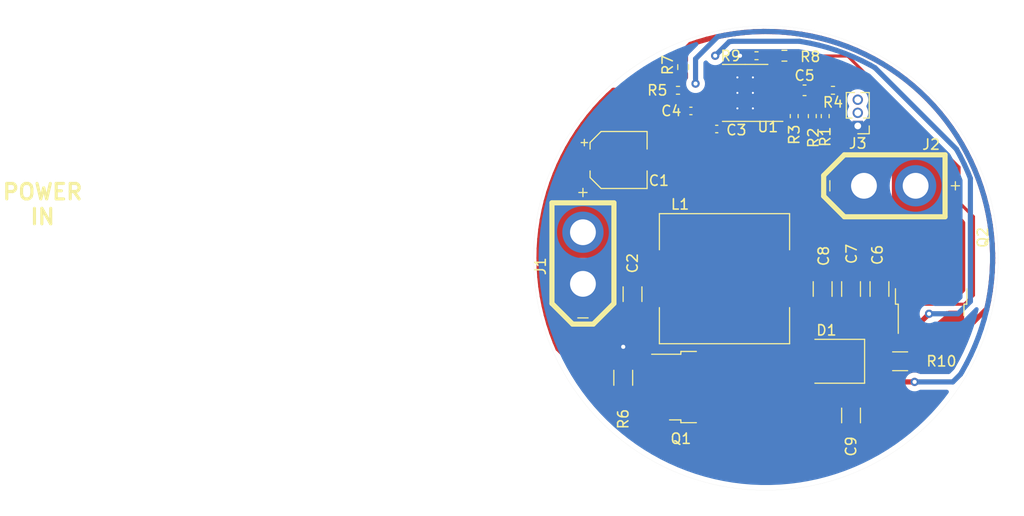
<source format=kicad_pcb>
(kicad_pcb (version 20211014) (generator pcbnew)
  (layers (0 "F.Cu" signal) (1 "In1.Cu" signal) (2 "In2.Cu" signal) (31 "B.Cu" signal) (34 "B.Paste" user) (35 "F.Paste" user) (36 "B.SilkS" user "B.Silkscreen") (37 "F.SilkS" user "F.Silkscreen") (38 "B.Mask" user) (39 "F.Mask" user) (44 "Edge.Cuts" user))
  (net 0 "")
  (net 1 "GND")
  (net 2 "/VCC")
  (net 3 "/COMP")
  (net 4 "/RCS")
  (net 5 "/NDRV")
  (net 6 "/!DIMOUT")
  (net 7 "/ICTRL")
  (net 8 "/RT{slash}SYNC")
  (net 9 "/CS")
  (net 10 "/ISENSE-")
  (net 11 "/OPV")
  (net 12 "/comp_RC")
  (net 13 "/ISENSE+")
  (net 14 "/IN")
  (net 15 "/LED+")
  (net 16 "/!FTL")
  (net 17 "/PWMDIM")
  (net 18 "/V-out")
  (net 19 "/L-out")
  (net 20 "/Vout-FET")
  (footprint "Connector_PinHeader_1.27mm:PinHeader_1x03_P1.27mm_Vertical" (layer "F.Cu") (at 158.9 87.2 180)
    (fp_text reference "J3" (at 0 -1.695) (layer "F.SilkS"))
    (fp_text value "Conn_01x03_Male")
    (fp_line (start -1.11 -0.76) (end 0 -0.76) (layer "F.SilkS") (width 0.12))
    (fp_line (start -1.11 0.76) (end -1.11 3.235) (layer "F.SilkS") (width 0.12))
    (fp_line (start -1.11 0.76) (end -0.563471 0.76) (layer "F.SilkS") (width 0.12))
    (fp_line (start -1.11 3.235) (end -0.30753 3.235) (layer "F.SilkS") (width 0.12))
    (fp_line (start 0.30753 3.235) (end 1.11 3.235) (layer "F.SilkS") (width 0.12))
    (fp_line (start -1.11 0) (end -1.11 -0.76) (layer "F.SilkS") (width 0.12))
    (fp_line (start 0.563471 0.76) (end 1.11 0.76) (layer "F.SilkS") (width 0.12))
    (fp_line (start 1.11 0.76) (end 1.11 3.235) (layer "F.SilkS") (width 0.12))
    (pad "1" thru_hole rect (at 0 0 180) (size 1 1) (drill 0.65) (layers *.Cu *.Mask) (net 1 "GND"))
    (pad "2" thru_hole oval (at 0 1.27 180) (size 1 1) (drill 0.65) (layers *.Cu *.Mask) (net 17 "/PWMDIM"))
    (pad "3" thru_hole oval (at 0 2.54 180) (size 1 1) (drill 0.65) (layers *.Cu *.Mask) (net 16 "/!FTL"))
  )
  (footprint "Resistor_SMD:R_0402_1005Metric" (layer "F.Cu") (at 154.5 86.25 90)
    (fp_text reference "R2" (at -2.1 0.1 90) (layer "F.SilkS"))
    (fp_text value "100k")
    (fp_line (start -0.153641 0.38) (end 0.153641 0.38) (layer "F.SilkS") (width 0.12))
    (fp_line (start -0.153641 -0.38) (end 0.153641 -0.38) (layer "F.SilkS") (width 0.12))
    (pad "1" smd roundrect (at -0.51 0 90) (size 0.54 0.64) (layers "F.Cu" "F.Paste" "F.Mask") (net 1 "GND"))
    (pad "2" smd roundrect (at 0.51 0 90) (size 0.54 0.64) (layers "F.Cu" "F.Paste" "F.Mask") (net 7 "/ICTRL"))
  )
  (footprint "Resistor_SMD:R_0603_1608Metric" (layer "F.Cu") (at 142 81.5 90)
    (fp_text reference "R7" (at 0.2 -1.5 90) (layer "F.SilkS"))
    (fp_text value "100R")
    (fp_line (start -0.237258 0.5225) (end 0.237258 0.5225) (layer "F.SilkS") (width 0.12))
    (fp_line (start -0.237258 -0.5225) (end 0.237258 -0.5225) (layer "F.SilkS") (width 0.12))
    (pad "1" smd roundrect (at -0.825 0 90) (size 0.8 0.95) (layers "F.Cu" "F.Paste" "F.Mask") (net 10 "/ISENSE-"))
    (pad "2" smd roundrect (at 0.825 0 90) (size 0.8 0.95) (layers "F.Cu" "F.Paste" "F.Mask") (net 20 "/Vout-FET"))
  )
  (footprint "Capacitor_SMD:CP_Elec_5x5.3" (layer "F.Cu") (at 135.75 90.5)
    (fp_text reference "C1" (at 3.9 2) (layer "F.SilkS"))
    (fp_text value "Connector cap")
    (fp_line (start -2.76 -1.695563) (end -2.76 -1.06) (layer "F.SilkS") (width 0.12))
    (fp_line (start -1.695563 -2.76) (end 2.76 -2.76) (layer "F.SilkS") (width 0.12))
    (fp_line (start -2.76 -1.695563) (end -1.695563 -2.76) (layer "F.SilkS") (width 0.12))
    (fp_line (start 2.76 -2.76) (end 2.76 -1.06) (layer "F.SilkS") (width 0.12))
    (fp_line (start -2.76 1.695563) (end -1.695563 2.76) (layer "F.SilkS") (width 0.12))
    (fp_line (start -3.625 -1.685) (end -3 -1.685) (layer "F.SilkS") (width 0.12))
    (fp_line (start -3.3125 -1.9975) (end -3.3125 -1.3725) (layer "F.SilkS") (width 0.12))
    (fp_line (start -2.76 1.695563) (end -2.76 1.06) (layer "F.SilkS") (width 0.12))
    (fp_line (start 2.76 2.76) (end 2.76 1.06) (layer "F.SilkS") (width 0.12))
    (fp_line (start -1.695563 2.76) (end 2.76 2.76) (layer "F.SilkS") (width 0.12))
    (pad "1" smd roundrect (at -2.2 0) (size 3 1.6) (layers "F.Cu" "F.Paste" "F.Mask") (roundrect_rratio 0.15625) (net 14 "/IN"))
    (pad "2" smd roundrect (at 2.2 0) (size 3 1.6) (layers "F.Cu" "F.Paste" "F.Mask") (roundrect_rratio 0.15625) (net 1 "GND"))
  )
  (footprint "Eldalote-footprints:XT30" (layer "F.Cu") (at 162 93)
    (fp_text reference "J2" (at 4 -4 unlocked) (layer "F.SilkS"))
    (fp_text value "XT30")
    (fp_line (start -6.4 1) (end -4.4 3) (layer "F.SilkS") (width 0.5))
    (fp_line (start 5.35 3) (end -4.4 3) (layer "F.SilkS") (width 0.5))
    (fp_line (start 6.35 -0.4) (end 6.35 0.4) (layer "F.SilkS") (width 0.12))
    (fp_line (start -5.8 0.5) (end -5.8 -0.5) (layer "F.SilkS") (width 0.12))
    (fp_line (start -6.4 -1) (end -6.4 1) (layer "F.SilkS") (width 0.5))
    (fp_line (start -6.4 -1) (end -4.4 -3) (layer "F.SilkS") (width 0.5))
    (fp_line (start 5.35 -3) (end -4.4 -3) (layer "F.SilkS") (width 0.5))
    (fp_line (start 5.35 -3) (end 5.35 3) (layer "F.SilkS") (width 0.5))
    (fp_line (start 5.95 0) (end 6.75 0) (layer "F.SilkS") (width 0.12))
    (pad "1" thru_hole circle (at -2.5 0) (size 4 4) (drill 2.5) (layers *.Cu *.Mask) (net 1 "GND"))
    (pad "2" thru_hole circle (at 2.5 0) (size 4 4) (drill 2.5) (layers *.Cu *.Mask) (net 15 "/LED+"))
  )
  (footprint "Capacitor_SMD:C_1206_3216Metric" (layer "F.Cu") (at 158.25 115.25 -90)
    (fp_text reference "C9" (at 3 0 90) (layer "F.SilkS"))
    (fp_text value "4u7")
    (fp_line (start -0.711252 0.91) (end 0.711252 0.91) (layer "F.SilkS") (width 0.12))
    (fp_line (start -0.711252 -0.91) (end 0.711252 -0.91) (layer "F.SilkS") (width 0.12))
    (pad "1" smd roundrect (at -1.475 0 270) (size 1.15 1.8) (layers "F.Cu" "F.Paste" "F.Mask") (roundrect_rratio 0.217391) (net 18 "/V-out"))
    (pad "2" smd roundrect (at 1.475 0 270) (size 1.15 1.8) (layers "F.Cu" "F.Paste" "F.Mask") (roundrect_rratio 0.217391) (net 1 "GND"))
  )
  (footprint "Eldalote-footprints:SRP-1265C" (layer "F.Cu") (at 146 102)
    (fp_text reference "L1" (at -4.3 -7.2 unlocked) (layer "F.SilkS"))
    (fp_text value "6u8")
    (fp_line (start 6.3 -6.3) (end -6.3 -6.3) (layer "F.SilkS") (width 0.12))
    (fp_line (start -6.3 -6.3) (end -6.3 -2.8) (layer "F.SilkS") (width 0.12))
    (fp_line (start -6.3 6.3) (end -6.3 2.8) (layer "F.SilkS") (width 0.12))
    (fp_line (start 6.3 6.3) (end -6.3 6.3) (layer "F.SilkS") (width 0.12))
    (fp_line (start 6.3 -6.3) (end 6.3 -2.8) (layer "F.SilkS") (width 0.12))
    (fp_line (start 6.3 6.3) (end 6.3 2.8) (layer "F.SilkS") (width 0.12))
    (pad "1" smd rect (at -5.625 0) (size 3.25 5) (layers "F.Cu" "F.Paste" "F.Mask") (net 14 "/IN"))
    (pad "2" smd rect (at 5.625 0) (size 3.25 5) (layers "F.Cu" "F.Paste" "F.Mask") (net 19 "/L-out"))
  )
  (footprint "Capacitor_SMD:C_1206_3216Metric" (layer "F.Cu") (at 158.25 103 90)
    (fp_text reference "C7" (at 3.4 0.05 90) (layer "F.SilkS"))
    (fp_text value "4u7")
    (fp_line (start -0.711252 -0.91) (end 0.711252 -0.91) (layer "F.SilkS") (width 0.12))
    (fp_line (start -0.711252 0.91) (end 0.711252 0.91) (layer "F.SilkS") (width 0.12))
    (pad "1" smd roundrect (at -1.475 0 90) (size 1.15 1.8) (layers "F.Cu" "F.Paste" "F.Mask") (roundrect_rratio 0.217391) (net 18 "/V-out"))
    (pad "2" smd roundrect (at 1.475 0 90) (size 1.15 1.8) (layers "F.Cu" "F.Paste" "F.Mask") (roundrect_rratio 0.217391) (net 1 "GND"))
  )
  (footprint "Capacitor_SMD:C_0603_1608Metric" (layer "F.Cu") (at 153.75 83.75)
    (fp_text reference "C5" (at 0 -1.43) (layer "F.SilkS"))
    (fp_text value "220n")
    (fp_line (start -0.14058 -0.51) (end 0.14058 -0.51) (layer "F.SilkS") (width 0.12))
    (fp_line (start -0.14058 0.51) (end 0.14058 0.51) (layer "F.SilkS") (width 0.12))
    (pad "1" smd roundrect (at -0.775 0) (size 0.9 0.95) (layers "F.Cu" "F.Paste" "F.Mask") (net 3 "/COMP"))
    (pad "2" smd roundrect (at 0.775 0) (size 0.9 0.95) (layers "F.Cu" "F.Paste" "F.Mask") (net 12 "/comp_RC"))
  )
  (footprint "Resistor_SMD:R_1206_3216Metric" (layer "F.Cu") (at 136.2 111.6 -90)
    (fp_text reference "R6" (at 4 0 90) (layer "F.SilkS"))
    (fp_text value "51m")
    (fp_line (start -0.727064 0.91) (end 0.727064 0.91) (layer "F.SilkS") (width 0.12))
    (fp_line (start -0.727064 -0.91) (end 0.727064 -0.91) (layer "F.SilkS") (width 0.12))
    (pad "1" smd roundrect (at -1.4625 0 270) (size 1.125 1.75) (layers "F.Cu" "F.Paste" "F.Mask") (roundrect_rratio 0.222222) (net 1 "GND"))
    (pad "2" smd roundrect (at 1.4625 0 270) (size 1.125 1.75) (layers "F.Cu" "F.Paste" "F.Mask") (roundrect_rratio 0.222222) (net 4 "/RCS"))
  )
  (footprint "Resistor_SMD:R_0603_1608Metric" (layer "F.Cu") (at 151.8 80.4)
    (fp_text reference "R8" (at 2.5 0.1) (layer "F.SilkS"))
    (fp_text value "5M1")
    (fp_line (start -0.237258 -0.5225) (end 0.237258 -0.5225) (layer "F.SilkS") (width 0.12))
    (fp_line (start -0.237258 0.5225) (end 0.237258 0.5225) (layer "F.SilkS") (width 0.12))
    (pad "1" smd roundrect (at -0.825 0) (size 0.8 0.95) (layers "F.Cu" "F.Paste" "F.Mask") (net 11 "/OPV"))
    (pad "2" smd roundrect (at 0.825 0) (size 0.8 0.95) (layers "F.Cu" "F.Paste" "F.Mask") (net 18 "/V-out"))
  )
  (footprint "Package_SO:HTSSOP-16-1EP_4.4x5mm_P0.65mm_EP3.4x5mm_Mask2.46x2.31mm_ThermalVias" (layer "F.Cu") (at 148 84 180)
    (fp_text reference "U1" (at -2.2 -3.3) (layer "F.SilkS"))
    (fp_text value "MAX16833")
    (fp_line (start 0 2.76) (end -2.2 2.76) (layer "F.SilkS") (width 0.12))
    (fp_line (start 0 -2.76) (end 2.2 -2.76) (layer "F.SilkS") (width 0.12))
    (fp_line (start 0 -2.76) (end -3.65 -2.76) (layer "F.SilkS") (width 0.12))
    (fp_line (start 0 2.76) (end 2.2 2.76) (layer "F.SilkS") (width 0.12))
    (pad "1" smd roundrect (at -2.8625 -2.275 180) (size 1.575 0.4) (layers "F.Cu" "F.Paste" "F.Mask") (net 1 "GND"))
    (pad "2" smd roundrect (at -2.8625 -1.625 180) (size 1.575 0.4) (layers "F.Cu" "F.Paste" "F.Mask") (net 8 "/RT{slash}SYNC"))
    (pad "3" smd roundrect (at -2.8625 -0.975 180) (size 1.575 0.4) (layers "F.Cu" "F.Paste" "F.Mask") (net 1 "GND"))
    (pad "4" smd roundrect (at -2.8625 -0.325 180) (size 1.575 0.4) (layers "F.Cu" "F.Paste" "F.Mask") (net 7 "/ICTRL"))
    (pad "5" smd roundrect (at -2.8625 0.325 180) (size 1.575 0.4) (layers "F.Cu" "F.Paste" "F.Mask") (net 3 "/COMP"))
    (pad "6" smd roundrect (at -2.8625 0.975 180) (size 1.575 0.4) (layers "F.Cu" "F.Paste" "F.Mask") (net 16 "/!FTL"))
    (pad "7" smd roundrect (at -2.8625 1.625 180) (size 1.575 0.4) (layers "F.Cu" "F.Paste" "F.Mask") (net 17 "/PWMDIM"))
    (pad "8" smd roundrect (at -2.8625 2.275 180) (size 1.575 0.4) (layers "F.Cu" "F.Paste" "F.Mask") (net 11 "/OPV"))
    (pad "9" smd roundrect (at 2.8625 2.275 180) (size 1.575 0.4) (layers "F.Cu" "F.Paste" "F.Mask") (net 6 "/!DIMOUT"))
    (pad "10" smd roundrect (at 2.8625 1.625 180) (size 1.575 0.4) (layers "F.Cu" "F.Paste" "F.Mask") (net 10 "/ISENSE-"))
    (pad "11" smd roundrect (at 2.8625 0.975 180) (size 1.575 0.4) (layers "F.Cu" "F.Paste" "F.Mask") (net 13 "/ISENSE+"))
    (pad "12" smd roundrect (at 2.8625 0.325 180) (size 1.575 0.4) (layers "F.Cu" "F.Paste" "F.Mask") (net 9 "/CS"))
    (pad "13" smd roundrect (at 2.8625 -0.325 180) (size 1.575 0.4) (layers "F.Cu" "F.Paste" "F.Mask") (net 1 "GND"))
    (pad "14" smd roundrect (at 2.8625 -0.975 180) (size 1.575 0.4) (layers "F.Cu" "F.Paste" "F.Mask") (net 5 "/NDRV"))
    (pad "15" smd roundrect (at 2.8625 -1.625 180) (size 1.575 0.4) (layers "F.Cu" "F.Paste" "F.Mask") (net 2 "/VCC"))
    (pad "16" smd roundrect (at 2.8625 -2.275 180) (size 1.575 0.4) (layers "F.Cu" "F.Paste" "F.Mask") (net 14 "/IN"))
    (pad "17" thru_hole circle (at 0.75 1.5 180) (size 0.5 0.5) (drill 0.2) (layers *.Cu) (net 1 "GND"))
    (pad "17" thru_hole circle (at 0.75 -1.5 180) (size 0.5 0.5) (drill 0.2) (layers *.Cu) (net 1 "GND"))
    (pad "17" thru_hole circle (at -0.75 -1.5 180) (size 0.5 0.5) (drill 0.2) (layers *.Cu) (net 1 "GND"))
    (pad "17" thru_hole circle (at -0.75 1.5 180) (size 0.5 0.5) (drill 0.2) (layers *.Cu) (net 1 "GND"))
    (pad "17" smd rect (at 0 0 180) (size 2 3.5) (layers "B.Cu") (net 1 "GND"))
    (pad "17" thru_hole circle (at -0.75 0 180) (size 0.5 0.5) (drill 0.2) (layers *.Cu) (net 1 "GND"))
    (pad "17" smd rect (at 0 0 180) (size 3.4 5) (layers "F.Cu") (net 1 "GND"))
    (pad "17" thru_hole circle (at 0.75 0 180) (size 0.5 0.5) (drill 0.2) (layers *.Cu) (net 1 "GND"))
  )
  (footprint "Resistor_SMD:R_0402_1005Metric" (layer "F.Cu") (at 156.5 83.75 180)
    (fp_text reference "R4" (at 0 -1.17) (layer "F.SilkS"))
    (fp_text value "953R")
    (fp_line (start -0.153641 0.38) (end 0.153641 0.38) (layer "F.SilkS") (width 0.12))
    (fp_line (start -0.153641 -0.38) (end 0.153641 -0.38) (layer "F.SilkS") (width 0.12))
    (pad "1" smd roundrect (at -0.51 0 180) (size 0.54 0.64) (layers "F.Cu" "F.Paste" "F.Mask") (net 1 "GND"))
    (pad "2" smd roundrect (at 0.51 0 180) (size 0.54 0.64) (layers "F.Cu" "F.Paste" "F.Mask") (net 12 "/comp_RC"))
  )
  (footprint "Resistor_SMD:R_1206_3216Metric" (layer "F.Cu") (at 163 110 180)
    (fp_text reference "R10" (at -4 0) (layer "F.SilkS"))
    (fp_text value "330m")
    (fp_line (start -0.727064 0.91) (end 0.727064 0.91) (layer "F.SilkS") (width 0.12))
    (fp_line (start -0.727064 -0.91) (end 0.727064 -0.91) (layer "F.SilkS") (width 0.12))
    (pad "1" smd roundrect (at -1.4625 0 180) (size 1.125 1.75) (layers "F.Cu" "F.Paste" "F.Mask") (roundrect_rratio 0.222222) (net 20 "/Vout-FET"))
    (pad "2" smd roundrect (at 1.4625 0 180) (size 1.125 1.75) (layers "F.Cu" "F.Paste" "F.Mask") (roundrect_rratio 0.222222) (net 18 "/V-out"))
  )
  (footprint "Capacitor_SMD:C_1206_3216Metric" (layer "F.Cu") (at 155.5 103 90)
    (fp_text reference "C8" (at 3.2 0.1 90) (layer "F.SilkS"))
    (fp_text value "4u7")
    (fp_line (start -0.711252 0.91) (end 0.711252 0.91) (layer "F.SilkS") (width 0.12))
    (fp_line (start -0.711252 -0.91) (end 0.711252 -0.91) (layer "F.SilkS") (width 0.12))
    (pad "1" smd roundrect (at -1.475 0 90) (size 1.15 1.8) (layers "F.Cu" "F.Paste" "F.Mask") (roundrect_rratio 0.217391) (net 18 "/V-out"))
    (pad "2" smd roundrect (at 1.475 0 90) (size 1.15 1.8) (layers "F.Cu" "F.Paste" "F.Mask") (roundrect_rratio 0.217391) (net 1 "GND"))
  )
  (footprint "Resistor_SMD:R_0402_1005Metric" (layer "F.Cu") (at 152.75 86.25 90)
    (fp_text reference "R3" (at -1.8 0 90) (layer "F.SilkS"))
    (fp_text value "7k3")
    (fp_line (start -0.153641 0.38) (end 0.153641 0.38) (layer "F.SilkS") (width 0.12))
    (fp_line (start -0.153641 -0.38) (end 0.153641 -0.38) (layer "F.SilkS") (width 0.12))
    (pad "1" smd roundrect (at -0.51 0 90) (size 0.54 0.64) (layers "F.Cu" "F.Paste" "F.Mask") (net 1 "GND"))
    (pad "2" smd roundrect (at 0.51 0 90) (size 0.54 0.64) (layers "F.Cu" "F.Paste" "F.Mask") (net 8 "/RT{slash}SYNC"))
  )
  (footprint "Capacitor_SMD:C_0402_1005Metric" (layer "F.Cu") (at 145.25 87.5)
    (fp_text reference "C3" (at 1.9 0.1) (layer "F.SilkS"))
    (fp_text value "100n")
    (fp_line (start -0.107836 -0.36) (end 0.107836 -0.36) (layer "F.SilkS") (width 0.12))
    (fp_line (start -0.107836 0.36) (end 0.107836 0.36) (layer "F.SilkS") (width 0.12))
    (pad "1" smd roundrect (at -0.48 0) (size 0.56 0.62) (layers "F.Cu" "F.Paste" "F.Mask") (net 14 "/IN"))
    (pad "2" smd roundrect (at 0.48 0) (size 0.56 0.62) (layers "F.Cu" "F.Paste" "F.Mask") (net 1 "GND"))
  )
  (footprint "Capacitor_SMD:C_0402_1005Metric" (layer "F.Cu") (at 142.75 85.75)
    (fp_text reference "C4" (at -1.9 0) (layer "F.SilkS"))
    (fp_text value "2u2")
    (fp_line (start -0.107836 0.36) (end 0.107836 0.36) (layer "F.SilkS") (width 0.12))
    (fp_line (start -0.107836 -0.36) (end 0.107836 -0.36) (layer "F.SilkS") (width 0.12))
    (pad "1" smd roundrect (at -0.48 0) (size 0.56 0.62) (layers "F.Cu" "F.Paste" "F.Mask") (net 1 "GND"))
    (pad "2" smd roundrect (at 0.48 0) (size 0.56 0.62) (layers "F.Cu" "F.Paste" "F.Mask") (net 2 "/VCC"))
  )
  (footprint "Capacitor_SMD:C_1206_3216Metric" (layer "F.Cu") (at 137.1 103.5 -90)
    (fp_text reference "C2" (at -3 0 -270) (layer "F.SilkS"))
    (fp_text value "10u ")
    (fp_line (start -0.711252 -0.91) (end 0.711252 -0.91) (layer "F.SilkS") (width 0.12))
    (fp_line (start -0.711252 0.91) (end 0.711252 0.91) (layer "F.SilkS") (width 0.12))
    (pad "1" smd roundrect (at -1.475 0 270) (size 1.15 1.8) (layers "F.Cu" "F.Paste" "F.Mask") (roundrect_rratio 0.217391) (net 14 "/IN"))
    (pad "2" smd roundrect (at 1.475 0 270) (size 1.15 1.8) (layers "F.Cu" "F.Paste" "F.Mask") (roundrect_rratio 0.217391) (net 1 "GND"))
  )
  (footprint "Eldalote-footprints:XT30" (layer "F.Cu") (at 132.3 100 90)
    (fp_text reference "J1" (at -0.8 -4.1 90 unlocked) (layer "F.SilkS"))
    (fp_text value "XT30")
    (fp_line (start 5.95 0) (end 6.75 0) (layer "F.SilkS") (width 0.12))
    (fp_line (start -6.4 -1) (end -6.4 1) (layer "F.SilkS") (width 0.5))
    (fp_line (start -6.4 1) (end -4.4 3) (layer "F.SilkS") (width 0.5))
    (fp_line (start 5.35 3) (end -4.4 3) (layer "F.SilkS") (width 0.5))
    (fp_line (start 5.35 -3) (end 5.35 3) (layer "F.SilkS") (width 0.5))
    (fp_line (start -5.8 0.5) (end -5.8 -0.5) (layer "F.SilkS") (width 0.12))
    (fp_line (start 5.35 -3) (end -4.4 -3) (layer "F.SilkS") (width 0.5))
    (fp_line (start -6.4 -1) (end -4.4 -3) (layer "F.SilkS") (width 0.5))
    (fp_line (start 6.35 -0.4) (end 6.35 0.4) (layer "F.SilkS") (width 0.12))
    (pad "1" thru_hole circle (at -2.5 0 90) (size 4 4) (drill 2.5) (layers *.Cu *.Mask) (net 1 "GND"))
    (pad "2" thru_hole circle (at 2.5 0 90) (size 4 4) (drill 2.5) (layers *.Cu *.Mask) (net 14 "/IN"))
  )
  (footprint "Capacitor_SMD:C_1206_3216Metric" (layer "F.Cu") (at 161 103 90)
    (fp_text reference "C6" (at 3.3 -0.2 90) (layer "F.SilkS"))
    (fp_text value "4u7")
    (fp_line (start -0.711252 -0.91) (end 0.711252 -0.91) (layer "F.SilkS") (width 0.12))
    (fp_line (start -0.711252 0.91) (end 0.711252 0.91) (layer "F.SilkS") (width 0.12))
    (pad "1" smd roundrect (at -1.475 0 90) (size 1.15 1.8) (layers "F.Cu" "F.Paste" "F.Mask") (roundrect_rratio 0.217391) (net 18 "/V-out"))
    (pad "2" smd roundrect (at 1.475 0 90) (size 1.15 1.8) (layers "F.Cu" "F.Paste" "F.Mask") (roundrect_rratio 0.217391) (net 1 "GND"))
  )
  (footprint "NetTie:NetTie-2_SMD_Pad0.5mm" (layer "F.Cu") (at 162 112 180)
    (fp_text reference "NT1")
    (fp_text value "NetTie_2")
    (fp_poly (pts (xy -0.5 -0.25) (xy 0.5 -0.25) (xy 0.5 0.25) (xy -0.5 0.25)) (layer "F.Cu") (width 0) (fill solid))
    (pad "1" smd circle (at -0.5 0 180) (size 0.5 0.5) (layers "F.Cu") (net 13 "/ISENSE+"))
    (pad "2" smd circle (at 0.5 0 180) (size 0.5 0.5) (layers "F.Cu") (net 18 "/V-out"))
  )
  (footprint "Package_TO_SOT_SMD:TO-252-2" (layer "F.Cu") (at 166 102 90)
    (fp_text reference "Q2" (at 4 5 90) (layer "F.SilkS"))
    (fp_text value "SUD50P10-43L-GE3")
    (fp_line (start -2.47 -3.18) (end -5.3 -3.18) (layer "F.SilkS") (width 0.12))
    (fp_line (start -2.47 -3.45) (end -2.47 -3.18) (layer "F.SilkS") (width 0.12))
    (fp_line (start -2.47 3.45) (end -2.47 3.18) (layer "F.SilkS") (width 0.12))
    (fp_line (start -0.97 3.45) (end -2.47 3.45) (layer "F.SilkS") (width 0.12))
    (fp_line (start -0.97 -3.45) (end -2.47 -3.45) (layer "F.SilkS") (width 0.12))
    (fp_line (start -2.47 3.18) (end -3.57 3.18) (layer "F.SilkS") (width 0.12))
    (pad "1" smd rect (at -4.2 -2.28 90) (size 2.2 1.2) (layers "F.Cu" "F.Paste" "F.Mask") (net 6 "/!DIMOUT"))
    (pad "2" smd rect (at 2.1 0 90) (size 6.4 5.8) (layers "F.Cu" "F.Mask") (net 15 "/LED+"))
    (pad "3" smd rect (at -4.2 2.28 90) (size 2.2 1.2) (layers "F.Cu" "F.Paste" "F.Mask") (net 20 "/Vout-FET"))
  )
  (footprint "Resistor_SMD:R_0402_1005Metric" (layer "F.Cu") (at 155.75 86.25 -90)
    (fp_text reference "R1" (at 2 0 90) (layer "F.SilkS"))
    (fp_text value "100k")
    (fp_line (start -0.153641 -0.38) (end 0.153641 -0.38) (layer "F.SilkS") (width 0.12))
    (fp_line (start -0.153641 0.38) (end 0.153641 0.38) (layer "F.SilkS") (width 0.12))
    (pad "1" smd roundrect (at -0.51 0 270) (size 0.54 0.64) (layers "F.Cu" "F.Paste" "F.Mask") (net 7 "/ICTRL"))
    (pad "2" smd roundrect (at 0.51 0 270) (size 0.54 0.64) (layers "F.Cu" "F.Paste" "F.Mask") (net 2 "/VCC"))
  )
  (footprint "Resistor_SMD:R_0402_1005Metric" (layer "F.Cu") (at 141.5 83.75 180)
    (fp_text reference "R5" (at 2 0) (layer "F.SilkS"))
    (fp_text value "4k7")
    (fp_line (start -0.153641 -0.38) (end 0.153641 -0.38) (layer "F.SilkS") (width 0.12))
    (fp_line (start -0.153641 0.38) (end 0.153641 0.38) (layer "F.SilkS") (width 0.12))
    (pad "1" smd roundrect (at -0.51 0 180) (size 0.54 0.64) (layers "F.Cu" "F.Paste" "F.Mask") (net 9 "/CS"))
    (pad "2" smd roundrect (at 0.51 0 180) (size 0.54 0.64) (layers "F.Cu" "F.Paste" "F.Mask") (net 4 "/RCS"))
  )
  (footprint "Diode_SMD:D_PowerDI-5" (layer "F.Cu") (at 155.75 110 180)
    (fp_text reference "D1" (at -0.12 3) (layer "F.SilkS"))
    (fp_text value "D_Schottky")
    (fp_line (start -3.81 2.125) (end -3.81 -2.125) (layer "F.SilkS") (width 0.12))
    (fp_line (start 1 -2.125) (end -3.81 -2.125) (layer "F.SilkS") (width 0.12))
    (fp_line (start -3.81 2.125) (end 1 2.125) (layer "F.SilkS") (width 0.12))
    (pad "1" smd rect (at -1.12 0) (size 4.86 3.36) (layers "F.Cu" "F.Paste" "F.Mask") (net 18 "/V-out"))
    (pad "2" smd rect (at 2.862 0.92) (size 1.4 1.39) (layers "F.Cu" "F.Paste" "F.Mask") (net 19 "/L-out"))
    (pad "2" smd rect (at 2.862 -0.92) (size 1.4 1.39) (layers "F.Cu" "F.Paste" "F.Mask") (net 19 "/L-out"))
  )
  (footprint "Package_TO_SOT_SMD:TO-252-2" (layer "F.Cu") (at 144.25 112.5)
    (fp_text reference "Q1" (at -2.47 5) (layer "F.SilkS"))
    (fp_text value "Q_NMOS_GDS")
    (fp_line (start -2.47 3.18) (end -3.57 3.18) (layer "F.SilkS") (width 0.12))
    (fp_line (start -2.47 -3.45) (end -2.47 -3.18) (layer "F.SilkS") (width 0.12))
    (fp_line (start -0.97 -3.45) (end -2.47 -3.45) (layer "F.SilkS") (width 0.12))
    (fp_line (start -2.47 -3.18) (end -5.3 -3.18) (layer "F.SilkS") (width 0.12))
    (fp_line (start -0.97 3.45) (end -2.47 3.45) (layer "F.SilkS") (width 0.12))
    (fp_line (start -2.47 3.45) (end -2.47 3.18) (layer "F.SilkS") (width 0.12))
    (pad "1" smd rect (at -4.2 -2.28) (size 2.2 1.2) (layers "F.Cu" "F.Paste" "F.Mask") (net 5 "/NDRV"))
    (pad "2" smd rect (at 2.1 0) (size 6.4 5.8) (layers "F.Cu" "F.Mask") (net 19 "/L-out"))
    (pad "3" smd rect (at -4.2 2.28) (size 2.2 1.2) (layers "F.Cu" "F.Paste" "F.Mask") (net 4 "/RCS"))
  )
  (footprint "Resistor_SMD:R_0402_1005Metric" (layer "F.Cu") (at 149.1 80.4)
    (fp_text reference "R9" (at -2.51 0.02) (layer "F.SilkS"))
    (fp_text value "100k")
    (fp_line (start -0.153641 0.38) (end 0.153641 0.38) (layer "F.SilkS") (width 0.12))
    (fp_line (start -0.153641 -0.38) (end 0.153641 -0.38) (layer "F.SilkS") (width 0.12))
    (pad "1" smd roundrect (at -0.51 0) (size 0.54 0.64) (layers "F.Cu" "F.Paste" "F.Mask") (net 1 "GND"))
    (pad "2" smd roundrect (at 0.51 0) (size 0.54 0.64) (layers "F.Cu" "F.Paste" "F.Mask") (net 11 "/OPV"))
  )
  (gr_circle locked (center 150 100) (end 172.5 100) (layer "Edge.Cuts") (width 0.01) (fill none))
  (gr_text "POWER\nIN" (at 80 94.8) (layer "F.SilkS") (effects (font (size 1.5 1.5) (thickness 0.3))))
  (segment (start 148.59 80.4) (end 147.5 80.4) (width 0.3) (layer "F.Cu") (net 1))
  (via (at 147.5 80.4) (size 0.8) (drill 0.4) (layers "F.Cu" "B.Cu") (net 1))
  (via (at 136.2 108.6) (size 0.8) (drill 0.4) (layers "F.Cu" "B.Cu") (net 1))
  (segment (start 128.047622 99.999999) (end 128.067137 99.074551) (width 0.5) (layer "F.Cu") (net 4))
  (segment (start 128.067137 99.074551) (end 128.125647 98.150787) (width 0.5) (layer "F.Cu") (net 4))
  (segment (start 128.223052 102.769745) (end 128.125647 101.849212) (width 0.5) (layer "F.Cu") (net 4))
  (segment (start 134.724719 84.23381) (end 135.245618 83.75) (width 0.5) (layer "F.Cu") (net 4))
  (segment (start 129.284991 92.73396) (end 129.609701 91.867189) (width 0.5) (layer "F.Cu") (net 4))
  (segment (start 132.857578 86.287075) (end 133.450892 85.576617) (width 0.5) (layer "F.Cu") (net 4))
  (segment (start 129.609699 108.132805) (end 129.284991 107.26604) (width 0.5) (layer "F.Cu") (net 4))
  (segment (start 134.1625 113.0625) (end 129.886574 108.786574) (width 0.5) (layer "F.Cu") (net 4))
  (segment (start 133.450892 85.576617) (end 134.073636 84.891795) (width 0.5) (layer "F.Cu") (net 4))
  (segment (start 131.763359 87.779859) (end 132.294725 87.021935) (width 0.5) (layer "F.Cu") (net 4))
  (segment (start 132.294725 87.021935) (end 132.857578 86.287075) (width 0.5) (layer "F.Cu") (net 4))
  (segment (start 130.79878 89.359506) (end 131.264391 88.55955) (width 0.5) (layer "F.Cu") (net 4))
  (segment (start 128.067137 100.925447) (end 128.047622 99.999999) (width 0.5) (layer "F.Cu") (net 4))
  (segment (start 129.886574 108.786574) (end 129.609699 108.132805) (width 0.5) (layer "F.Cu") (net 4))
  (segment (start 128.997082 106.386262) (end 128.746536 105.495195) (width 0.5) (layer "F.Cu") (net 4))
  (segment (start 128.746536 105.495195) (end 128.533768 104.594321) (width 0.5) (layer "F.Cu") (net 4))
  (segment (start 128.223052 97.230254) (end 128.359171 96.314697) (width 0.5) (layer "F.Cu") (net 4))
  (segment (start 128.125647 98.150787) (end 128.223052 97.230254) (width 0.5) (layer "F.Cu") (net 4))
  (segment (start 135.245618 83.75) (end 140.99 83.75) (width 0.5) (layer "F.Cu") (net 4))
  (segment (start 128.125647 101.849212) (end 128.067137 100.925447) (width 0.5) (layer "F.Cu") (net 4))
  (segment (start 128.533768 104.594321) (end 128.359171 103.685302) (width 0.5) (layer "F.Cu") (net 4))
  (segment (start 136.2 113.0625) (end 134.1625 113.0625) (width 0.5) (layer "F.Cu") (net 4))
  (segment (start 129.284991 107.26604) (end 128.997082 106.386262) (width 0.5) (layer "F.Cu") (net 4))
  (segment (start 130.367273 90.178445) (end 130.79878 89.359506) (width 0.5) (layer "F.Cu") (net 4))
  (segment (start 128.533768 95.40568) (end 128.746538 94.504796) (width 0.5) (layer "F.Cu") (net 4))
  (segment (start 131.264391 88.55955) (end 131.763359 87.779859) (width 0.5) (layer "F.Cu") (net 4))
  (segment (start 128.997082 93.613738) (end 129.284991 92.73396) (width 0.5) (layer "F.Cu") (net 4))
  (segment (start 128.359171 103.685302) (end 128.223052 102.769745) (width 0.5) (layer "F.Cu") (net 4))
  (segment (start 129.609701 91.867189) (end 129.97069 91.014809) (width 0.5) (layer "F.Cu") (net 4))
  (segment (start 128.359171 96.314697) (end 128.533768 95.40568) (width 0.5) (layer "F.Cu") (net 4))
  (segment (start 128.746538 94.504796) (end 128.997082 93.613738) (width 0.5) (layer "F.Cu") (net 4))
  (segment (start 129.97069 91.014809) (end 130.367273 90.178445) (width 0.5) (layer "F.Cu") (net 4))
  (segment (start 134.073636 84.891795) (end 134.724719 84.23381) (width 0.5) (layer "F.Cu") (net 4))
  (segment (start 163.72 106.2) (end 165 106.2) (width 0.5) (layer "F.Cu") (net 6))
  (segment (start 165 106.2) (end 165.8 105.4) (width 0.5) (layer "F.Cu") (net 6))
  (via (at 165.8 105.4) (size 0.8) (drill 0.4) (layers "F.Cu" "B.Cu") (net 6))
  (via (at 145.1 80.4) (size 0.8) (drill 0.4) (layers "F.Cu" "B.Cu") (net 6))
  (segment (start 168.6 105.4) (end 169.8 104.2) (width 0.5) (layer "B.Cu") (net 6))
  (segment (start 155.967883 79.602907) (end 155.102753 79.369467) (width 0.5) (layer "B.Cu") (net 6))
  (segment (start 169.8 92.289845) (end 169.569584 91.712156) (width 0.5) (layer "B.Cu") (net 6))
  (segment (start 160.104573 81.303621) (end 159.307404 80.894261) (width 0.5) (layer "B.Cu") (net 6))
  (segment (start 146.449827 79.050173) (end 145.1 80.4) (width 0.5) (layer "B.Cu") (net 6))
  (segment (start 154.228471 79.172686) (end 153.346717 79.012945) (width 0.5) (layer "B.Cu") (net 6))
  (segment (start 146.764458 79) (end 146.449827 79.050173) (width 0.5) (layer "B.Cu") (net 6))
  (segment (start 169.8 104.2) (end 169.8 92.289845) (width 0.5) (layer "B.Cu") (net 6))
  (segment (start 168.439889 89.439889) (end 160.56535 81.56535) (width 0.5) (layer "B.Cu") (net 6))
  (segment (start 156.822474 79.872636) (end 155.967883 79.602907) (width 0.5) (layer "B.Cu") (net 6))
  (segment (start 165.8 105.4) (end 168.6 105.4) (width 0.5) (layer "B.Cu") (net 6))
  (segment (start 157.664892 80.178133) (end 156.822474 79.872636) (width 0.5) (layer "B.Cu") (net 6))
  (segment (start 169.569584 91.712156) (end 169.202797 90.894531) (width 0.5) (layer "B.Cu") (net 6))
  (segment (start 153.252852 79) (end 146.764458 79) (width 0.5) (layer "B.Cu") (net 6))
  (segment (start 168.801854 90.09307) (end 168.439889 89.439889) (width 0.5) (layer "B.Cu") (net 6))
  (segment (start 153.346717 79.012945) (end 153.252852 79) (width 0.5) (layer "B.Cu") (net 6))
  (segment (start 159.307404 80.894261) (end 158.493711 80.518885) (width 0.5) (layer "B.Cu") (net 6))
  (segment (start 160.56535 81.56535) (end 160.104573 81.303621) (width 0.5) (layer "B.Cu") (net 6))
  (segment (start 155.102753 79.369467) (end 154.228471 79.172686) (width 0.5) (layer "B.Cu") (net 6))
  (segment (start 169.202797 90.894531) (end 168.801854 90.09307) (width 0.5) (layer "B.Cu") (net 6))
  (segment (start 158.493711 80.518885) (end 157.664892 80.178133) (width 0.5) (layer "B.Cu") (net 6))
  (segment (start 150.8625 80.5125) (end 150.975 80.4) (width 0.3) (layer "F.Cu") (net 11))
  (segment (start 150.8625 81.725) (end 150.8625 80.5125) (width 0.3) (layer "F.Cu") (net 11))
  (segment (start 150.975 80.4) (end 149.61 80.4) (width 0.3) (layer "F.Cu") (net 11))
  (segment (start 162.5 112) (end 164.4 112) (width 0.5) (layer "F.Cu") (net 13))
  (via (at 164.4 112) (size 0.8) (drill 0.4) (layers "F.Cu" "B.Cu") (net 13))
  (via (at 143.2 83.1) (size 0.8) (drill 0.4) (layers "F.Cu" "B.Cu") (net 13))
  (segment (start 145.351499 78.548501) (end 143.2 80.7) (width 0.5) (layer "B.Cu") (net 13))
  (segment (start 166.849505 85.928715) (end 166.241334 85.230911) (width 0.5) (layer "B.Cu") (net 13))
  (segment (start 170.557218 107.701149) (end 170.863602 106.827664) (width 0.5) (layer "B.Cu") (net 13))
  (segment (start 166.241334 85.230911) (end 165.604284 84.559364) (width 0.5) (layer "B.Cu") (net 13))
  (segment (start 155.270861 78.689792) (end 154.367781 78.48653) (width 0.5) (layer "B.Cu") (net 13))
  (segment (start 159.614037 80.264822) (end 158.773543 79.877081) (width 0.5) (layer "B.Cu") (net 13))
  (segment (start 170.557217 92.298848) (end 170.2143 91.439101) (width 0.5) (layer "B.Cu") (net 13))
  (segment (start 149.768592 78.04884) (end 148.843392 78.078111) (width 0.5) (layer "B.Cu") (net 13))
  (segment (start 147.920284 78.146357) (end 147.000862 78.253457) (width 0.5) (layer "B.Cu") (net 13))
  (segment (start 153.456974 78.321526) (end 152.54 78.195062) (width 0.5) (layer "B.Cu") (net 13))
  (segment (start 170.863602 93.172336) (end 170.557217 92.298848) (width 0.5) (layer "B.Cu") (net 13))
  (segment (start 168.490228 88.167062) (end 167.974962 87.398109) (width 0.5) (layer "B.Cu") (net 13))
  (segment (start 168.972623 88.957061) (end 168.490228 88.167062) (width 0.5) (layer "B.Cu") (net 13))
  (segment (start 161.242321 81.144837) (end 160.437465 80.687666) (width 0.5) (layer "B.Cu") (net 13))
  (segment (start 151.618523 78.107368) (end 150.694165 78.058599) (width 0.5) (layer "B.Cu") (net 13))
  (segment (start 168.972623 111.042938) (end 169.421288 110.233304) (width 0.5) (layer "B.Cu") (net 13))
  (segment (start 152.54 78.195062) (end 151.618523 78.107368) (width 0.5) (layer "B.Cu") (net 13))
  (segment (start 165.604284 84.559364) (end 164.939481 83.915261) (width 0.5) (layer "B.Cu") (net 13))
  (segment (start 171.908478 101.387642) (end 171.94756 100.46137) (width 0.5) (layer "B.Cu") (net 13))
  (segment (start 171.364594 105.045895) (end 171.558325 104.140723) (width 0.5) (layer "B.Cu") (net 13))
  (segment (start 170.214301 108.560897) (end 170.557218 107.701149) (width 0.5) (layer "B.Cu") (net 13))
  (segment (start 146.086731 78.39923) (end 145.351499 78.548501) (width 0.5) (layer "B.Cu") (net 13))
  (segment (start 164.248123 83.299762) (end 163.531446 82.713967) (width 0.5) (layer "B.Cu") (net 13))
  (segment (start 148.843392 78.078111) (end 147.920284 78.146357) (width 0.5) (layer "B.Cu") (net 13))
  (segment (start 164.4 112) (end 168.1 112) (width 0.5) (layer "B.Cu") (net 13))
  (segment (start 171.713711 103.228259) (end 171.830503 102.309987) (width 0.5) (layer "B.Cu") (net 13))
  (segment (start 168.840203 111.259797) (end 168.972623 111.042938) (width 0.5) (layer "B.Cu") (net 13))
  (segment (start 169.835433 109.405451) (end 170.214301 108.560897) (width 0.5) (layer "B.Cu") (net 13))
  (segment (start 167.427733 86.651551) (end 166.849505 85.928715) (width 0.5) (layer "B.Cu") (net 13))
  (segment (start 163.531446 82.713967) (end 162.790686 82.158888) (width 0.5) (layer "B.Cu") (net 13))
  (segment (start 171.94756 100.46137) (end 171.949993 99.999984) (width 0.5) (layer "B.Cu") (net 13))
  (segment (start 162.790686 82.158888) (end 162.027194 81.635536) (width 0.5) (layer "B.Cu") (net 13))
  (segment (start 171.947561 99.538635) (end 171.908478 98.612357) (width 0.5) (layer "B.Cu") (net 13))
  (segment (start 167.974962 87.398109) (end 167.427733 86.651551) (width 0.5) (layer "B.Cu") (net 13))
  (segment (start 171.830503 102.309987) (end 171.908478 101.387642) (width 0.5) (layer "B.Cu") (net 13))
  (segment (start 156.164503 78.930926) (end 155.270861 78.689792) (width 0.5) (layer "B.Cu") (net 13))
  (segment (start 171.830504 97.690014) (end 171.713713 96.771753) (width 0.5) (layer "B.Cu") (net 13))
  (segment (start 157.047237 79.209537) (end 156.164503 78.930926) (width 0.5) (layer "B.Cu") (net 13))
  (segment (start 143.2 80.7) (end 143.2 83.1) (width 0.5) (layer "B.Cu") (net 13))
  (segment (start 168.1 112) (end 168.840203 111.259797) (width 0.5) (layer "B.Cu") (net 13))
  (segment (start 150.694165 78.058599) (end 149.768592 78.04884) (width 0.5) (layer "B.Cu") (net 13))
  (segment (start 171.364593 94.9541) (end 171.132889 94.05795) (width 0.5) (layer "B.Cu") (net 13))
  (segment (start 147.000862 78.253457) (end 146.086731 78.39923) (width 0.5) (layer "B.Cu") (net 13))
  (segment (start 164.939481 83.915261) (end 164.248123 83.299762) (width 0.5) (layer "B.Cu") (net 13))
  (segment (start 154.367781 78.48653) (end 153.456974 78.321526) (width 0.5) (layer "B.Cu") (net 13))
  (segment (start 171.132889 94.05795) (end 170.863602 93.172336) (width 0.5) (layer "B.Cu") (net 13))
  (segment (start 157.917408 79.525099) (end 157.047237 79.209537) (width 0.5) (layer "B.Cu") (net 13))
  (segment (start 171.908478 98.612357) (end 171.830504 97.690014) (width 0.5) (layer "B.Cu") (net 13))
  (segment (start 162.027194 81.635536) (end 161.242321 81.144837) (width 0.5) (layer "B.Cu") (net 13))
  (segment (start 171.949993 99.999984) (end 171.947561 99.538635) (width 0.5) (layer "B.Cu") (net 13))
  (segment (start 171.713713 96.771753) (end 171.558324 95.859277) (width 0.5) (layer "B.Cu") (net 13))
  (segment (start 171.132889 105.942049) (end 171.364594 105.045895) (width 0.5) (layer "B.Cu") (net 13))
  (segment (start 158.773543 79.877081) (end 157.917408 79.525099) (width 0.5) (layer "B.Cu") (net 13))
  (segment (start 169.421288 110.233304) (end 169.835433 109.405451) (width 0.5) (layer "B.Cu") (net 13))
  (segment (start 171.558325 104.140723) (end 171.713711 103.228259) (width 0.5) (layer "B.Cu") (net 13))
  (segment (start 170.2143 91.439101) (end 169.835433 90.594548) (width 0.5) (layer "B.Cu") (net 13))
  (segment (start 160.437465 80.687666) (end 159.614037 80.264822) (width 0.5) (layer "B.Cu") (net 13))
  (segment (start 171.558324 95.859277) (end 171.364593 94.9541) (width 0.5) (layer "B.Cu") (net 13))
  (segment (start 169.421288 89.766696) (end 168.972623 88.957061) (width 0.5) (layer "B.Cu") (net 13))
  (segment (start 170.863602 106.827664) (end 171.132889 105.942049) (width 0.5) (layer "B.Cu") (net 13))
  (segment (start 169.835433 90.594548) (end 169.421288 89.766696) (width 0.5) (layer "B.Cu") (net 13))
  (segment (start 168.7 94.6) (end 168.7 91.2) (width 0.3) (layer "F.Cu") (net 18))
  (segment (start 168.7 91.2) (end 157.927197 80.427197) (width 0.3) (layer "F.Cu") (net 18))
  (segment (start 157.927197 80.427197) (end 152.652197 80.427197) (width 0.3) (layer "F.Cu") (net 18))
  (segment (start 152.652197 80.427197) (end 152.625 80.4) (width 0.3) (layer "F.Cu") (net 18))
  (segment (start 170.1 103.6) (end 170.1 96) (width 0.3) (layer "F.Cu") (net 18))
  (segment (start 161 104.475) (end 169.225 104.475) (width 0.3) (layer "F.Cu") (net 18))
  (segment (start 169.225 104.475) (end 170.1 103.6) (width 0.3) (layer "F.Cu") (net 18))
  (segment (start 170.1 96) (end 168.7 94.6) (width 0.3) (layer "F.Cu") (net 18))
  (segment (start 170.863602 93.172335) (end 170.557218 92.29885) (width 0.5) (layer "F.Cu") (net 20))
  (segment (start 171.947561 99.538635) (end 171.908478 98.612357) (width 0.5) (layer "F.Cu") (net 20))
  (segment (start 171.71371 96.771735) (end 171.558325 95.859278) (width 0.5) (layer "F.Cu") (net 20))
  (segment (start 145.179627 78.583395) (end 144.281044 78.80565) (width 0.5) (layer "F.Cu") (net 20))
  (segment (start 167.427733 86.651551) (end 166.849505 85.928715) (width 0.5) (layer "F.Cu") (net 20))
  (segment (start 165.604284 84.559364) (end 164.939481 83.915261) (width 0.5) (layer "F.Cu") (net 20))
  (segment (start 171.830504 97.690018) (end 171.71371 96.771735) (width 0.5) (layer "F.Cu") (net 20))
  (segment (start 154.367781 78.48653) (end 153.456974 78.321526) (width 0.5) (layer "F.Cu") (net 20))
  (segment (start 147.000859 78.253458) (end 146.086729 78.39923) (width 0.5) (layer "F.Cu") (net 20))
  (segment (start 170.214301 91.439102) (end 169.835432 90.594546) (width 0.5) (layer "F.Cu") (net 20))
  (segment (start 168.972618 88.957053) (end 168.490228 88.167062) (width 0.5) (layer "F.Cu") (net 20))
  (segment (start 171.830503 102.30999) (end 171.908478 101.387644) (width 0.5) (layer "F.Cu") (net 20))
  (segment (start 164.939481 83.915261) (end 164.248123 83.299762) (width 0.5) (layer "F.Cu") (net 20))
  (segment (start 171.908478 98.612357) (end 171.830504 97.690018) (width 0.5) (layer "F.Cu") (net 20))
  (segment (start 142.699446 79.300554) (end 142 80) (width 0.5) (layer "F.Cu") (net 20))
  (segment (start 156.164503 78.930926) (end 155.270861 78.689792) (width 0.5) (layer "F.Cu") (net 20))
  (segment (start 171.558325 95.859278) (end 171.364594 94.954106) (width 0.5) (layer "F.Cu") (net 20))
  (segment (start 157.047237 79.209537) (end 156.164503 78.930926) (width 0.5) (layer "F.Cu") (net 20))
  (segment (start 159.614037 80.264822) (end 158.773543 79.877081) (width 0.5) (layer "F.Cu") (net 20))
  (segment (start 171.132887 94.057943) (end 170.863602 93.172335) (width 0.5) (layer "F.Cu") (net 20))
  (segment (start 166.241334 85.230911) (end 165.604284 84.559364) (width 0.5) (layer "F.Cu") (net 20))
  (segment (start 170.557218 92.29885) (end 170.214301 91.439102) (width 0.5) (layer "F.Cu") (net 20))
  (segment (start 162.790686 82.158888) (end 162.027194 81.635536) (width 0.5) (layer "F.Cu") (net 20))
  (segment (start 162.027194 81.635536) (end 161.242319 81.144837) (width 0.5) (layer "F.Cu") (net 20))
  (segment (start 171.713712 103.228256) (end 171.830503 102.30999) (width 0.5) (layer "F.Cu") (net 20))
  (segment (start 150.694164 78.058599) (end 149.768592 78.04884) (width 0.5) (layer "F.Cu") (net 20))
  (segment (start 157.917408 79.525099) (end 157.047237 79.209537) (width 0.5) (layer "F.Cu") (net 20))
  (segment (start 147.920282 78.146358) (end 147.000859 78.253458) (width 0.5) (layer "F.Cu") (net 20))
  (segment (start 152.54 78.195062) (end 151.618523 78.107368) (width 0.5) (layer "F.Cu") (net 20))
  (segment (start 170.1 106.2) (end 171.394681 104.905319) (width 0.5) (layer "F.Cu") (net 20))
  (segment (start 143.392659 79.065579) (end 142.699446 79.300554) (width 0.5) (layer "F.Cu") (net 20))
  (segment (start 148.843392 78.078111) (end 147.920282 78.146358) (width 0.5) (layer "F.Cu") (net 20))
  (segment (start 167.974962 87.398109) (end 167.427733 86.651551) (width 0.5) (layer "F.Cu") (net 20))
  (segment (start 169.421288 89.766696) (end 168.972618 88.957053) (width 0.5) (layer "F.Cu") (net 20))
  (segment (start 158.773543 79.877081) (end 157.917408 79.525099) (width 0.5) (layer "F.Cu") (net 20))
  (segment (start 142 80) (end 142 80.675) (width 0.5) (layer "F.Cu") (net 20))
  (segment (start 161.242319 81.144837) (end 160.437461 80.687664) (width 0.5) (layer "F.Cu") (net 20))
  (segment (start 151.618523 78.107368) (end 150.694164 78.058599) (width 0.5) (layer "F.Cu") (net 20))
  (segment (start 163.531444 82.713965) (end 162.790686 82.158888) (width 0.5) (layer "F.Cu") (net 20))
  (segment (start 171.908478 101.387644) (end 171.94756 100.461371) (width 0.5) (layer "F.Cu") (net 20))
  (segment (start 160.437461 80.687664) (end 159.614037 80.264822) (width 0.5) (layer "F.Cu") (net 20))
  (segment (start 146.086729 78.39923) (end 145.179627 78.583395) (width 0.5) (layer "F.Cu") (net 20))
  (segment (start 171.94756 100.461371) (end 171.949993 99.999985) (width 0.5) (layer "F.Cu") (net 20))
  (segment (start 166.849505 85.928715) (end 166.241334 85.230911) (width 0.5) (layer "F.Cu") (net 20))
  (segment (start 153.456974 78.321526) (end 152.54 78.195062) (width 0.5) (layer "F.Cu") (net 20))
  (segment (start 144.281044 78.80565) (end 143.392659 79.065579) (width 0.5) (layer "F.Cu") (net 20))
  (segment (start 169.835432 90.594546) (end 169.421288 89.766696) (width 0.5) (layer "F.Cu") (net 20))
  (segment (start 164.248123 83.299762) (end 163.531444 82.713965) (width 0.5) (layer "F.Cu") (net 20))
  (segment (start 149.768592 78.04884) (end 148.843392 78.078111) (width 0.5) (layer "F.Cu") (net 20))
  (segment (start 171.949993 99.999985) (end 171.947561 99.538635) (width 0.5) (layer "F.Cu") (net 20))
  (segment (start 168.28 106.2) (end 170.1 106.2) (width 0.5) (layer "F.Cu") (net 20))
  (segment (start 155.270861 78.689792) (end 154.367781 78.48653) (width 0.5) (layer "F.Cu") (net 20))
  (segment (start 171.394681 104.905319) (end 171.558325 104.14072) (width 0.5) (layer "F.Cu") (net 20))
  (segment (start 168.490228 88.167062) (end 167.974962 87.398109) (width 0.5) (layer "F.Cu") (net 20))
  (segment (start 171.364594 94.954106) (end 171.132887 94.057943) (width 0.5) (layer "F.Cu") (net 20))
  (segment (start 171.558325 104.14072) (end 171.713712 103.228256) (width 0.5) (layer "F.Cu") (net 20))
  (zone (net 15) (net_name "/LED+") (layer "F.Cu") (connect_pads yes (clearance 0.508)) (min_thickness 0.4) (fill yes (thermal_gap 0.3) (thermal_bridge_width 0.6))
    (polygon (pts (xy 167.1 91.2) (xy 167.1 93.9) (xy 169.3 96.5) (xy 169.3 103.2) (xy 168.9 103.6) (xy 163.3 103.6) (xy 162.7 103) (xy 162.7 95.8) (xy 162.2 94.9) (xy 162.2 91.1) (xy 163 90.3) (xy 166.1 90.3)))
  )
  (zone (net 1) (net_name "GND") (layer "F.Cu") (connect_pads yes (clearance 0.508)) (min_thickness 0.4) (fill yes (thermal_gap 0.3) (thermal_bridge_width 0.6))
    (polygon (pts (xy 161.9 91.1) (xy 161.9 99.8) (xy 162.4 100.5) (xy 162.4 102.2) (xy 161.8 102.7) (xy 154.8 102.7) (xy 154.2 102) (xy 154.2 99.7) (xy 156.3 98) (xy 156.3 92.4) (xy 158.1 90.3) (xy 161.2 90.3)))
  )
  (zone (net 14) (net_name "/IN") (layer "F.Cu") (connect_pads yes (clearance 0.5)) (min_thickness 0.4) (fill yes (thermal_gap 0.3) (thermal_bridge_width 0.6))
    (polygon (pts (xy 135.2 89.5) (xy 135.2 91.5) (xy 135.2 92.1) (xy 135.2 98.8) (xy 135.5 99) (xy 142 99) (xy 142.5 99.5) (xy 142.5 104.5) (xy 141.9 105) (xy 138.5 104.8) (xy 138.1 104.1) (xy 137.9 103.75) (xy 136.7 103.25) (xy 135.7 103.25) (xy 134.7 102.25) (xy 134.7 101) (xy 133.25 100) (xy 130.3 100) (xy 129.7 99.3) (xy 129.7 95.8) (xy 130.3 95.2) (xy 131 95.2) (xy 131.5 94.5) (xy 131.5 89.5) (xy 131.75 89.25) (xy 135 89.25)))
  )
  (zone (net 19) (net_name "/L-out") (layer "F.Cu") (connect_pads yes (clearance 0.5)) (min_thickness 0.4) (fill yes (thermal_gap 0.3) (thermal_bridge_width 0.6))
    (polygon (pts (xy 153.7 99.8) (xy 153.7 107.5) (xy 153.8 107.75) (xy 153.8 112) (xy 153 112.75) (xy 151 112.75) (xy 150.25 113.5) (xy 150.25 115.25) (xy 149.5 116) (xy 143 116) (xy 142.5 115.5) (xy 142.5 109.5) (xy 144.5 107.5) (xy 147 107.5) (xy 149.4 105.5) (xy 149.4 99.6) (xy 150.6 98.75) (xy 153 98.75)))
  )
  (zone (net 18) (net_name "/V-out") (layer "F.Cu") (connect_pads yes (clearance 0.508)) (min_thickness 0.4) (fill yes (thermal_gap 0.3) (thermal_bridge_width 0.6))
    (polygon (pts (xy 162.4 103.9) (xy 162.4 110.9) (xy 161.8 111.5) (xy 161.8 112.6) (xy 161.4 113) (xy 159.7 113) (xy 159.5 113.2) (xy 159.5 114.3) (xy 159.2 114.6) (xy 157.3 114.6) (xy 157 114.3) (xy 157 112.3) (xy 156.5 111.9) (xy 154.4 111.9) (xy 154.1 111.6) (xy 154.1 104) (xy 154.7 103.4) (xy 161.9 103.4)))
  )
  (zone (net 20) (net_name "/Vout-FET") (layer "F.Cu") (connect_pads yes (clearance 0.508)) (min_thickness 0.4) (fill yes (thermal_gap 0.3) (thermal_bridge_width 0.6))
    (polygon (pts (xy 169.2 105) (xy 169.2 107.5) (xy 165.2 111.2) (xy 163.9 111.2) (xy 163.5 110.7) (xy 163.5 108.8) (xy 167.3 105.6) (xy 167.3 105.1) (xy 167.7 104.7) (xy 168.9 104.7)))
  )
  (zone (net 4) (net_name "/RCS") (layer "F.Cu") (connect_pads yes (clearance 0.508)) (min_thickness 0.4) (fill yes (thermal_gap 0.3) (thermal_bridge_width 0.6))
    (polygon (pts (xy 137.9 112.1) (xy 137.9 112.6) (xy 138.8 113.5) (xy 141.1 113.5) (xy 141.6 114) (xy 141.6 115.7) (xy 141.3 116) (xy 138 116) (xy 137.7 115.7) (xy 137.7 115.3) (xy 137 114.6) (xy 135 114.6) (xy 134.5 114.1) (xy 134.5 112.3) (xy 135.1 111.7) (xy 137.5 111.7)))
  )
  (zone (net 1) (net_name "GND") (layers "In1.Cu" "In2.Cu" "B.Cu") (connect_pads yes (clearance 0.508)) (min_thickness 0.4) (fill yes (thermal_gap 0.3) (thermal_bridge_width 0.6))
    (polygon (pts (xy 175 75) (xy 175 125) (xy 125 125) (xy 125 75)))
  )
)
</source>
